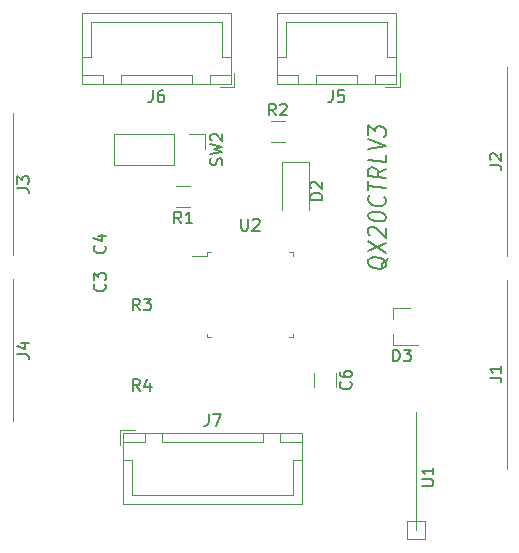
<source format=gbr>
G04 #@! TF.GenerationSoftware,KiCad,Pcbnew,(5.1.4)-1*
G04 #@! TF.CreationDate,2020-03-16T01:27:38+09:00*
G04 #@! TF.ProjectId,QX20CTRLV3,51583230-4354-4524-9c56-332e6b696361,rev?*
G04 #@! TF.SameCoordinates,Original*
G04 #@! TF.FileFunction,Legend,Top*
G04 #@! TF.FilePolarity,Positive*
%FSLAX46Y46*%
G04 Gerber Fmt 4.6, Leading zero omitted, Abs format (unit mm)*
G04 Created by KiCad (PCBNEW (5.1.4)-1) date 2020-03-16 01:27:38*
%MOMM*%
%LPD*%
G04 APERTURE LIST*
%ADD10C,0.200000*%
%ADD11C,0.120000*%
%ADD12C,0.150000*%
G04 APERTURE END LIST*
D10*
X135821428Y-74212232D02*
X135750000Y-74331874D01*
X135607142Y-74442589D01*
X135392857Y-74608660D01*
X135321428Y-74728303D01*
X135321428Y-74856874D01*
X135678571Y-74837232D02*
X135607142Y-74956874D01*
X135464285Y-75067589D01*
X135178571Y-75096160D01*
X134678571Y-75033660D01*
X134392857Y-74933660D01*
X134250000Y-74787232D01*
X134178571Y-74649732D01*
X134178571Y-74392589D01*
X134250000Y-74272946D01*
X134392857Y-74162232D01*
X134678571Y-74133660D01*
X135178571Y-74196160D01*
X135464285Y-74296160D01*
X135607142Y-74442589D01*
X135678571Y-74580089D01*
X135678571Y-74837232D01*
X134178571Y-73621160D02*
X135678571Y-72908660D01*
X134178571Y-72721160D02*
X135678571Y-73808660D01*
X134321428Y-72289017D02*
X134250000Y-72215803D01*
X134178571Y-72078303D01*
X134178571Y-71756874D01*
X134250000Y-71637232D01*
X134321428Y-71581874D01*
X134464285Y-71535446D01*
X134607142Y-71553303D01*
X134821428Y-71644374D01*
X135678571Y-72522946D01*
X135678571Y-71687232D01*
X134178571Y-70664017D02*
X134178571Y-70535446D01*
X134250000Y-70415803D01*
X134321428Y-70360446D01*
X134464285Y-70314017D01*
X134750000Y-70285446D01*
X135107142Y-70330089D01*
X135392857Y-70430089D01*
X135535714Y-70512232D01*
X135607142Y-70585446D01*
X135678571Y-70722946D01*
X135678571Y-70851517D01*
X135607142Y-70971160D01*
X135535714Y-71026517D01*
X135392857Y-71072946D01*
X135107142Y-71101517D01*
X134750000Y-71056874D01*
X134464285Y-70956874D01*
X134321428Y-70874732D01*
X134250000Y-70801517D01*
X134178571Y-70664017D01*
X135535714Y-69033660D02*
X135607142Y-69106875D01*
X135678571Y-69308660D01*
X135678571Y-69437232D01*
X135607142Y-69621160D01*
X135464285Y-69731875D01*
X135321428Y-69778303D01*
X135035714Y-69806874D01*
X134821428Y-69780089D01*
X134535714Y-69680089D01*
X134392857Y-69597946D01*
X134250000Y-69451517D01*
X134178571Y-69249732D01*
X134178571Y-69121160D01*
X134250000Y-68937232D01*
X134321428Y-68881875D01*
X134178571Y-68478303D02*
X134178571Y-67706875D01*
X135678571Y-68280089D02*
X134178571Y-68092589D01*
X135678571Y-66672946D02*
X134964285Y-67033660D01*
X135678571Y-67444375D02*
X134178571Y-67256875D01*
X134178571Y-66742589D01*
X134250000Y-66622946D01*
X134321428Y-66567589D01*
X134464285Y-66521160D01*
X134678571Y-66547946D01*
X134821428Y-66630089D01*
X134892857Y-66703303D01*
X134964285Y-66840803D01*
X134964285Y-67355089D01*
X135678571Y-65451517D02*
X135678571Y-66094375D01*
X134178571Y-65906875D01*
X134178571Y-65006875D02*
X135678571Y-64744375D01*
X134178571Y-64106875D01*
X134178571Y-63785446D02*
X134178571Y-62949732D01*
X134750000Y-63471160D01*
X134750000Y-63278303D01*
X134821428Y-63158660D01*
X134892857Y-63103303D01*
X135035714Y-63056875D01*
X135392857Y-63101517D01*
X135535714Y-63183660D01*
X135607142Y-63256875D01*
X135678571Y-63394375D01*
X135678571Y-63780089D01*
X135607142Y-63899732D01*
X135535714Y-63955089D01*
D11*
X104110000Y-61940000D02*
X104110000Y-73980000D01*
X104110000Y-75940000D02*
X104110000Y-87980000D01*
X145890000Y-74060000D02*
X145890000Y-58060000D01*
X145890000Y-92060000D02*
X145890000Y-76060000D01*
X137500000Y-96500000D02*
X139000000Y-96500000D01*
X139000000Y-96500000D02*
X139000000Y-98000000D01*
X139000000Y-98000000D02*
X137500000Y-98000000D01*
X137500000Y-98000000D02*
X137500000Y-96500000D01*
X138250000Y-97250000D02*
X138250000Y-87250000D01*
X113150000Y-88750000D02*
X113150000Y-90000000D01*
X114400000Y-88750000D02*
X113150000Y-88750000D01*
X127800000Y-94250000D02*
X121000000Y-94250000D01*
X127800000Y-91300000D02*
X127800000Y-94250000D01*
X128550000Y-91300000D02*
X127800000Y-91300000D01*
X114200000Y-94250000D02*
X121000000Y-94250000D01*
X114200000Y-91300000D02*
X114200000Y-94250000D01*
X113450000Y-91300000D02*
X114200000Y-91300000D01*
X128550000Y-89050000D02*
X126750000Y-89050000D01*
X128550000Y-89800000D02*
X128550000Y-89050000D01*
X126750000Y-89800000D02*
X128550000Y-89800000D01*
X126750000Y-89050000D02*
X126750000Y-89800000D01*
X115250000Y-89050000D02*
X113450000Y-89050000D01*
X115250000Y-89800000D02*
X115250000Y-89050000D01*
X113450000Y-89800000D02*
X115250000Y-89800000D01*
X113450000Y-89050000D02*
X113450000Y-89800000D01*
X125250000Y-89050000D02*
X116750000Y-89050000D01*
X125250000Y-89800000D02*
X125250000Y-89050000D01*
X116750000Y-89800000D02*
X125250000Y-89800000D01*
X116750000Y-89050000D02*
X116750000Y-89800000D01*
X128560000Y-89040000D02*
X113440000Y-89040000D01*
X128560000Y-95010000D02*
X128560000Y-89040000D01*
X113440000Y-95010000D02*
X128560000Y-95010000D01*
X113440000Y-89040000D02*
X113440000Y-95010000D01*
X122850000Y-59750000D02*
X122850000Y-58500000D01*
X121600000Y-59750000D02*
X122850000Y-59750000D01*
X110700000Y-54250000D02*
X116250000Y-54250000D01*
X110700000Y-57200000D02*
X110700000Y-54250000D01*
X109950000Y-57200000D02*
X110700000Y-57200000D01*
X121800000Y-54250000D02*
X116250000Y-54250000D01*
X121800000Y-57200000D02*
X121800000Y-54250000D01*
X122550000Y-57200000D02*
X121800000Y-57200000D01*
X109950000Y-59450000D02*
X111750000Y-59450000D01*
X109950000Y-58700000D02*
X109950000Y-59450000D01*
X111750000Y-58700000D02*
X109950000Y-58700000D01*
X111750000Y-59450000D02*
X111750000Y-58700000D01*
X120750000Y-59450000D02*
X122550000Y-59450000D01*
X120750000Y-58700000D02*
X120750000Y-59450000D01*
X122550000Y-58700000D02*
X120750000Y-58700000D01*
X122550000Y-59450000D02*
X122550000Y-58700000D01*
X113250000Y-59450000D02*
X119250000Y-59450000D01*
X113250000Y-58700000D02*
X113250000Y-59450000D01*
X119250000Y-58700000D02*
X113250000Y-58700000D01*
X119250000Y-59450000D02*
X119250000Y-58700000D01*
X109940000Y-59460000D02*
X122560000Y-59460000D01*
X109940000Y-53490000D02*
X109940000Y-59460000D01*
X122560000Y-53490000D02*
X109940000Y-53490000D01*
X122560000Y-59460000D02*
X122560000Y-53490000D01*
X136850000Y-59750000D02*
X136850000Y-58500000D01*
X135600000Y-59750000D02*
X136850000Y-59750000D01*
X127200000Y-54250000D02*
X131500000Y-54250000D01*
X127200000Y-57200000D02*
X127200000Y-54250000D01*
X126450000Y-57200000D02*
X127200000Y-57200000D01*
X135800000Y-54250000D02*
X131500000Y-54250000D01*
X135800000Y-57200000D02*
X135800000Y-54250000D01*
X136550000Y-57200000D02*
X135800000Y-57200000D01*
X126450000Y-59450000D02*
X128250000Y-59450000D01*
X126450000Y-58700000D02*
X126450000Y-59450000D01*
X128250000Y-58700000D02*
X126450000Y-58700000D01*
X128250000Y-59450000D02*
X128250000Y-58700000D01*
X134750000Y-59450000D02*
X136550000Y-59450000D01*
X134750000Y-58700000D02*
X134750000Y-59450000D01*
X136550000Y-58700000D02*
X134750000Y-58700000D01*
X136550000Y-59450000D02*
X136550000Y-58700000D01*
X129750000Y-59450000D02*
X133250000Y-59450000D01*
X129750000Y-58700000D02*
X129750000Y-59450000D01*
X133250000Y-58700000D02*
X129750000Y-58700000D01*
X133250000Y-59450000D02*
X133250000Y-58700000D01*
X126440000Y-59460000D02*
X136560000Y-59460000D01*
X126440000Y-53490000D02*
X126440000Y-59460000D01*
X136560000Y-53490000D02*
X126440000Y-53490000D01*
X136560000Y-59460000D02*
X136560000Y-53490000D01*
X120565000Y-73990000D02*
X119250000Y-73990000D01*
X120565000Y-73690000D02*
X120565000Y-73990000D01*
X120865000Y-73690000D02*
X120565000Y-73690000D01*
X127785000Y-73690000D02*
X127785000Y-73990000D01*
X127485000Y-73690000D02*
X127785000Y-73690000D01*
X120565000Y-80910000D02*
X120565000Y-80610000D01*
X120865000Y-80910000D02*
X120565000Y-80910000D01*
X127785000Y-80910000D02*
X127785000Y-80610000D01*
X127485000Y-80910000D02*
X127785000Y-80910000D01*
X120370000Y-63670000D02*
X120370000Y-65000000D01*
X119040000Y-63670000D02*
X120370000Y-63670000D01*
X117770000Y-63670000D02*
X117770000Y-66330000D01*
X117770000Y-66330000D02*
X112630000Y-66330000D01*
X117770000Y-63670000D02*
X112630000Y-63670000D01*
X112630000Y-63670000D02*
X112630000Y-66330000D01*
X125910436Y-64410000D02*
X127114564Y-64410000D01*
X125910436Y-62590000D02*
X127114564Y-62590000D01*
X119114564Y-68090000D02*
X117910436Y-68090000D01*
X119114564Y-69910000D02*
X117910436Y-69910000D01*
X136240000Y-78420000D02*
X137700000Y-78420000D01*
X136240000Y-81580000D02*
X138400000Y-81580000D01*
X136240000Y-81580000D02*
X136240000Y-80650000D01*
X136240000Y-78420000D02*
X136240000Y-79350000D01*
X126865000Y-66052500D02*
X126865000Y-70112500D01*
X129135000Y-66052500D02*
X126865000Y-66052500D01*
X129135000Y-70112500D02*
X129135000Y-66052500D01*
X129590000Y-83910436D02*
X129590000Y-85114564D01*
X131410000Y-83910436D02*
X131410000Y-85114564D01*
D12*
X114833333Y-78632380D02*
X114500000Y-78156190D01*
X114261904Y-78632380D02*
X114261904Y-77632380D01*
X114642857Y-77632380D01*
X114738095Y-77680000D01*
X114785714Y-77727619D01*
X114833333Y-77822857D01*
X114833333Y-77965714D01*
X114785714Y-78060952D01*
X114738095Y-78108571D01*
X114642857Y-78156190D01*
X114261904Y-78156190D01*
X115166666Y-77632380D02*
X115785714Y-77632380D01*
X115452380Y-78013333D01*
X115595238Y-78013333D01*
X115690476Y-78060952D01*
X115738095Y-78108571D01*
X115785714Y-78203809D01*
X115785714Y-78441904D01*
X115738095Y-78537142D01*
X115690476Y-78584761D01*
X115595238Y-78632380D01*
X115309523Y-78632380D01*
X115214285Y-78584761D01*
X115166666Y-78537142D01*
X114833333Y-85452380D02*
X114500000Y-84976190D01*
X114261904Y-85452380D02*
X114261904Y-84452380D01*
X114642857Y-84452380D01*
X114738095Y-84500000D01*
X114785714Y-84547619D01*
X114833333Y-84642857D01*
X114833333Y-84785714D01*
X114785714Y-84880952D01*
X114738095Y-84928571D01*
X114642857Y-84976190D01*
X114261904Y-84976190D01*
X115690476Y-84785714D02*
X115690476Y-85452380D01*
X115452380Y-84404761D02*
X115214285Y-85119047D01*
X115833333Y-85119047D01*
X111857142Y-73166666D02*
X111904761Y-73214285D01*
X111952380Y-73357142D01*
X111952380Y-73452380D01*
X111904761Y-73595238D01*
X111809523Y-73690476D01*
X111714285Y-73738095D01*
X111523809Y-73785714D01*
X111380952Y-73785714D01*
X111190476Y-73738095D01*
X111095238Y-73690476D01*
X111000000Y-73595238D01*
X110952380Y-73452380D01*
X110952380Y-73357142D01*
X111000000Y-73214285D01*
X111047619Y-73166666D01*
X111285714Y-72309523D02*
X111952380Y-72309523D01*
X110904761Y-72547619D02*
X111619047Y-72785714D01*
X111619047Y-72166666D01*
X111857142Y-76416666D02*
X111904761Y-76464285D01*
X111952380Y-76607142D01*
X111952380Y-76702380D01*
X111904761Y-76845238D01*
X111809523Y-76940476D01*
X111714285Y-76988095D01*
X111523809Y-77035714D01*
X111380952Y-77035714D01*
X111190476Y-76988095D01*
X111095238Y-76940476D01*
X111000000Y-76845238D01*
X110952380Y-76702380D01*
X110952380Y-76607142D01*
X111000000Y-76464285D01*
X111047619Y-76416666D01*
X110952380Y-76083333D02*
X110952380Y-75464285D01*
X111333333Y-75797619D01*
X111333333Y-75654761D01*
X111380952Y-75559523D01*
X111428571Y-75511904D01*
X111523809Y-75464285D01*
X111761904Y-75464285D01*
X111857142Y-75511904D01*
X111904761Y-75559523D01*
X111952380Y-75654761D01*
X111952380Y-75940476D01*
X111904761Y-76035714D01*
X111857142Y-76083333D01*
X104452380Y-68293333D02*
X105166666Y-68293333D01*
X105309523Y-68340952D01*
X105404761Y-68436190D01*
X105452380Y-68579047D01*
X105452380Y-68674285D01*
X104452380Y-67912380D02*
X104452380Y-67293333D01*
X104833333Y-67626666D01*
X104833333Y-67483809D01*
X104880952Y-67388571D01*
X104928571Y-67340952D01*
X105023809Y-67293333D01*
X105261904Y-67293333D01*
X105357142Y-67340952D01*
X105404761Y-67388571D01*
X105452380Y-67483809D01*
X105452380Y-67769523D01*
X105404761Y-67864761D01*
X105357142Y-67912380D01*
X104452380Y-82333333D02*
X105166666Y-82333333D01*
X105309523Y-82380952D01*
X105404761Y-82476190D01*
X105452380Y-82619047D01*
X105452380Y-82714285D01*
X104785714Y-81428571D02*
X105452380Y-81428571D01*
X104404761Y-81666666D02*
X105119047Y-81904761D01*
X105119047Y-81285714D01*
X144452380Y-66333333D02*
X145166666Y-66333333D01*
X145309523Y-66380952D01*
X145404761Y-66476190D01*
X145452380Y-66619047D01*
X145452380Y-66714285D01*
X144547619Y-65904761D02*
X144500000Y-65857142D01*
X144452380Y-65761904D01*
X144452380Y-65523809D01*
X144500000Y-65428571D01*
X144547619Y-65380952D01*
X144642857Y-65333333D01*
X144738095Y-65333333D01*
X144880952Y-65380952D01*
X145452380Y-65952380D01*
X145452380Y-65333333D01*
X144452380Y-84333333D02*
X145166666Y-84333333D01*
X145309523Y-84380952D01*
X145404761Y-84476190D01*
X145452380Y-84619047D01*
X145452380Y-84714285D01*
X145452380Y-83333333D02*
X145452380Y-83904761D01*
X145452380Y-83619047D02*
X144452380Y-83619047D01*
X144595238Y-83714285D01*
X144690476Y-83809523D01*
X144738095Y-83904761D01*
X138702380Y-93511904D02*
X139511904Y-93511904D01*
X139607142Y-93464285D01*
X139654761Y-93416666D01*
X139702380Y-93321428D01*
X139702380Y-93130952D01*
X139654761Y-93035714D01*
X139607142Y-92988095D01*
X139511904Y-92940476D01*
X138702380Y-92940476D01*
X139702380Y-91940476D02*
X139702380Y-92511904D01*
X139702380Y-92226190D02*
X138702380Y-92226190D01*
X138845238Y-92321428D01*
X138940476Y-92416666D01*
X138988095Y-92511904D01*
X120666666Y-87402380D02*
X120666666Y-88116666D01*
X120619047Y-88259523D01*
X120523809Y-88354761D01*
X120380952Y-88402380D01*
X120285714Y-88402380D01*
X121047619Y-87402380D02*
X121714285Y-87402380D01*
X121285714Y-88402380D01*
X115916666Y-60002380D02*
X115916666Y-60716666D01*
X115869047Y-60859523D01*
X115773809Y-60954761D01*
X115630952Y-61002380D01*
X115535714Y-61002380D01*
X116821428Y-60002380D02*
X116630952Y-60002380D01*
X116535714Y-60050000D01*
X116488095Y-60097619D01*
X116392857Y-60240476D01*
X116345238Y-60430952D01*
X116345238Y-60811904D01*
X116392857Y-60907142D01*
X116440476Y-60954761D01*
X116535714Y-61002380D01*
X116726190Y-61002380D01*
X116821428Y-60954761D01*
X116869047Y-60907142D01*
X116916666Y-60811904D01*
X116916666Y-60573809D01*
X116869047Y-60478571D01*
X116821428Y-60430952D01*
X116726190Y-60383333D01*
X116535714Y-60383333D01*
X116440476Y-60430952D01*
X116392857Y-60478571D01*
X116345238Y-60573809D01*
X131166666Y-60002380D02*
X131166666Y-60716666D01*
X131119047Y-60859523D01*
X131023809Y-60954761D01*
X130880952Y-61002380D01*
X130785714Y-61002380D01*
X132119047Y-60002380D02*
X131642857Y-60002380D01*
X131595238Y-60478571D01*
X131642857Y-60430952D01*
X131738095Y-60383333D01*
X131976190Y-60383333D01*
X132071428Y-60430952D01*
X132119047Y-60478571D01*
X132166666Y-60573809D01*
X132166666Y-60811904D01*
X132119047Y-60907142D01*
X132071428Y-60954761D01*
X131976190Y-61002380D01*
X131738095Y-61002380D01*
X131642857Y-60954761D01*
X131595238Y-60907142D01*
X123413095Y-70872380D02*
X123413095Y-71681904D01*
X123460714Y-71777142D01*
X123508333Y-71824761D01*
X123603571Y-71872380D01*
X123794047Y-71872380D01*
X123889285Y-71824761D01*
X123936904Y-71777142D01*
X123984523Y-71681904D01*
X123984523Y-70872380D01*
X124413095Y-70967619D02*
X124460714Y-70920000D01*
X124555952Y-70872380D01*
X124794047Y-70872380D01*
X124889285Y-70920000D01*
X124936904Y-70967619D01*
X124984523Y-71062857D01*
X124984523Y-71158095D01*
X124936904Y-71300952D01*
X124365476Y-71872380D01*
X124984523Y-71872380D01*
X121774761Y-66333333D02*
X121822380Y-66190476D01*
X121822380Y-65952380D01*
X121774761Y-65857142D01*
X121727142Y-65809523D01*
X121631904Y-65761904D01*
X121536666Y-65761904D01*
X121441428Y-65809523D01*
X121393809Y-65857142D01*
X121346190Y-65952380D01*
X121298571Y-66142857D01*
X121250952Y-66238095D01*
X121203333Y-66285714D01*
X121108095Y-66333333D01*
X121012857Y-66333333D01*
X120917619Y-66285714D01*
X120870000Y-66238095D01*
X120822380Y-66142857D01*
X120822380Y-65904761D01*
X120870000Y-65761904D01*
X120822380Y-65428571D02*
X121822380Y-65190476D01*
X121108095Y-65000000D01*
X121822380Y-64809523D01*
X120822380Y-64571428D01*
X120917619Y-64238095D02*
X120870000Y-64190476D01*
X120822380Y-64095238D01*
X120822380Y-63857142D01*
X120870000Y-63761904D01*
X120917619Y-63714285D01*
X121012857Y-63666666D01*
X121108095Y-63666666D01*
X121250952Y-63714285D01*
X121822380Y-64285714D01*
X121822380Y-63666666D01*
X126345833Y-62132380D02*
X126012500Y-61656190D01*
X125774404Y-62132380D02*
X125774404Y-61132380D01*
X126155357Y-61132380D01*
X126250595Y-61180000D01*
X126298214Y-61227619D01*
X126345833Y-61322857D01*
X126345833Y-61465714D01*
X126298214Y-61560952D01*
X126250595Y-61608571D01*
X126155357Y-61656190D01*
X125774404Y-61656190D01*
X126726785Y-61227619D02*
X126774404Y-61180000D01*
X126869642Y-61132380D01*
X127107738Y-61132380D01*
X127202976Y-61180000D01*
X127250595Y-61227619D01*
X127298214Y-61322857D01*
X127298214Y-61418095D01*
X127250595Y-61560952D01*
X126679166Y-62132380D01*
X127298214Y-62132380D01*
X118345833Y-71272380D02*
X118012500Y-70796190D01*
X117774404Y-71272380D02*
X117774404Y-70272380D01*
X118155357Y-70272380D01*
X118250595Y-70320000D01*
X118298214Y-70367619D01*
X118345833Y-70462857D01*
X118345833Y-70605714D01*
X118298214Y-70700952D01*
X118250595Y-70748571D01*
X118155357Y-70796190D01*
X117774404Y-70796190D01*
X119298214Y-71272380D02*
X118726785Y-71272380D01*
X119012500Y-71272380D02*
X119012500Y-70272380D01*
X118917261Y-70415238D01*
X118822023Y-70510476D01*
X118726785Y-70558095D01*
X136261904Y-82952380D02*
X136261904Y-81952380D01*
X136500000Y-81952380D01*
X136642857Y-82000000D01*
X136738095Y-82095238D01*
X136785714Y-82190476D01*
X136833333Y-82380952D01*
X136833333Y-82523809D01*
X136785714Y-82714285D01*
X136738095Y-82809523D01*
X136642857Y-82904761D01*
X136500000Y-82952380D01*
X136261904Y-82952380D01*
X137166666Y-81952380D02*
X137785714Y-81952380D01*
X137452380Y-82333333D01*
X137595238Y-82333333D01*
X137690476Y-82380952D01*
X137738095Y-82428571D01*
X137785714Y-82523809D01*
X137785714Y-82761904D01*
X137738095Y-82857142D01*
X137690476Y-82904761D01*
X137595238Y-82952380D01*
X137309523Y-82952380D01*
X137214285Y-82904761D01*
X137166666Y-82857142D01*
X130272380Y-69250595D02*
X129272380Y-69250595D01*
X129272380Y-69012500D01*
X129320000Y-68869642D01*
X129415238Y-68774404D01*
X129510476Y-68726785D01*
X129700952Y-68679166D01*
X129843809Y-68679166D01*
X130034285Y-68726785D01*
X130129523Y-68774404D01*
X130224761Y-68869642D01*
X130272380Y-69012500D01*
X130272380Y-69250595D01*
X129367619Y-68298214D02*
X129320000Y-68250595D01*
X129272380Y-68155357D01*
X129272380Y-67917261D01*
X129320000Y-67822023D01*
X129367619Y-67774404D01*
X129462857Y-67726785D01*
X129558095Y-67726785D01*
X129700952Y-67774404D01*
X130272380Y-68345833D01*
X130272380Y-67726785D01*
X132677142Y-84679166D02*
X132724761Y-84726785D01*
X132772380Y-84869642D01*
X132772380Y-84964880D01*
X132724761Y-85107738D01*
X132629523Y-85202976D01*
X132534285Y-85250595D01*
X132343809Y-85298214D01*
X132200952Y-85298214D01*
X132010476Y-85250595D01*
X131915238Y-85202976D01*
X131820000Y-85107738D01*
X131772380Y-84964880D01*
X131772380Y-84869642D01*
X131820000Y-84726785D01*
X131867619Y-84679166D01*
X131772380Y-83822023D02*
X131772380Y-84012500D01*
X131820000Y-84107738D01*
X131867619Y-84155357D01*
X132010476Y-84250595D01*
X132200952Y-84298214D01*
X132581904Y-84298214D01*
X132677142Y-84250595D01*
X132724761Y-84202976D01*
X132772380Y-84107738D01*
X132772380Y-83917261D01*
X132724761Y-83822023D01*
X132677142Y-83774404D01*
X132581904Y-83726785D01*
X132343809Y-83726785D01*
X132248571Y-83774404D01*
X132200952Y-83822023D01*
X132153333Y-83917261D01*
X132153333Y-84107738D01*
X132200952Y-84202976D01*
X132248571Y-84250595D01*
X132343809Y-84298214D01*
M02*

</source>
